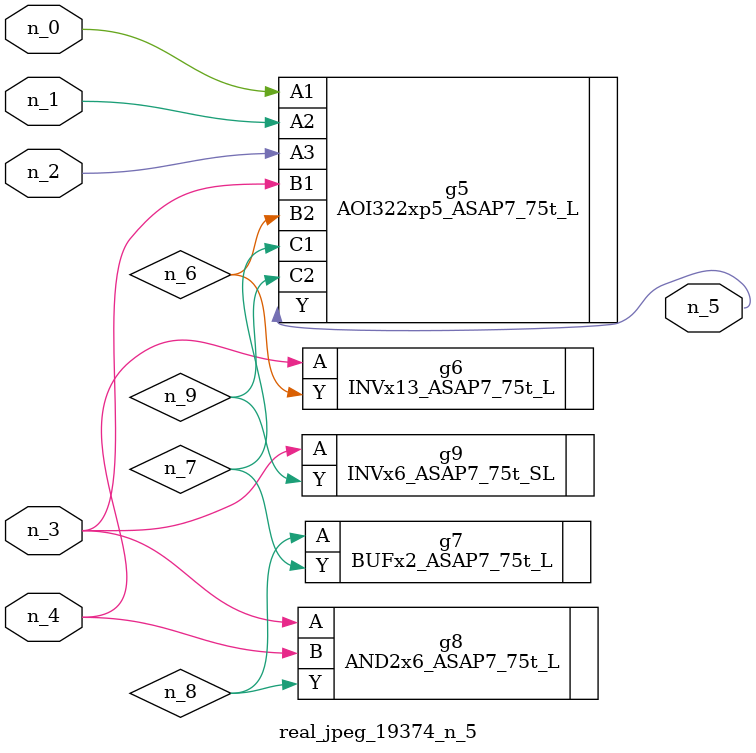
<source format=v>
module real_jpeg_19374_n_5 (n_4, n_0, n_1, n_2, n_3, n_5);

input n_4;
input n_0;
input n_1;
input n_2;
input n_3;

output n_5;

wire n_8;
wire n_6;
wire n_7;
wire n_9;

AOI322xp5_ASAP7_75t_L g5 ( 
.A1(n_0),
.A2(n_1),
.A3(n_2),
.B1(n_3),
.B2(n_6),
.C1(n_7),
.C2(n_9),
.Y(n_5)
);

AND2x6_ASAP7_75t_L g8 ( 
.A(n_3),
.B(n_4),
.Y(n_8)
);

INVx6_ASAP7_75t_SL g9 ( 
.A(n_3),
.Y(n_9)
);

INVx13_ASAP7_75t_L g6 ( 
.A(n_4),
.Y(n_6)
);

BUFx2_ASAP7_75t_L g7 ( 
.A(n_8),
.Y(n_7)
);


endmodule
</source>
